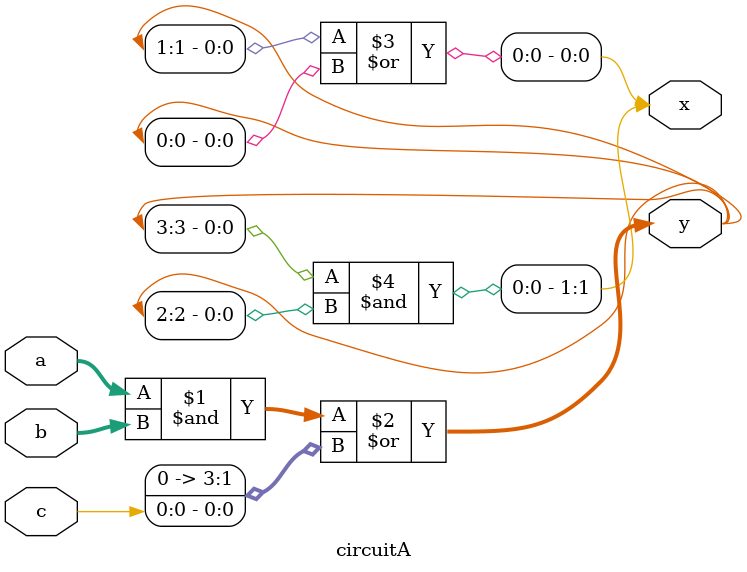
<source format=v>
module circuitA (a,b,c,x,y);
	input[3:0] a,b;
	input c;
	output[1:0] x;
	output[3:0] y;

    
    // complete the rest of the code
	 assign y = a&b|{1'b0,1'b0,1'b0,c};
	 assign x = {y[3]&y[2],y[1]|y[0]};

endmodule
</source>
